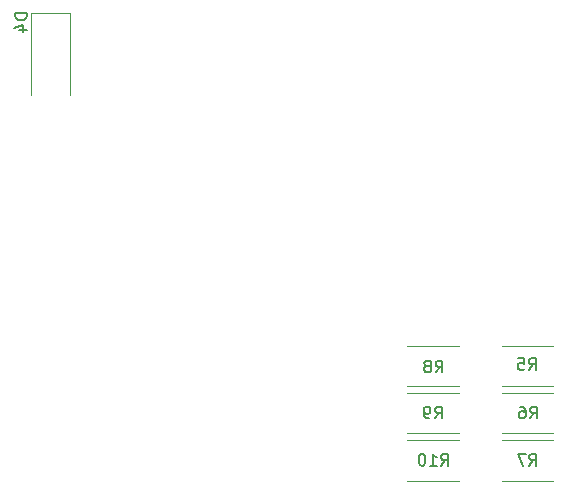
<source format=gbr>
%TF.GenerationSoftware,KiCad,Pcbnew,7.0.9*%
%TF.CreationDate,2024-06-22T09:01:39+05:30*%
%TF.ProjectId,BMS_LV_ADDON,424d535f-4c56-45f4-9144-444f4e2e6b69,rev?*%
%TF.SameCoordinates,Original*%
%TF.FileFunction,Legend,Bot*%
%TF.FilePolarity,Positive*%
%FSLAX46Y46*%
G04 Gerber Fmt 4.6, Leading zero omitted, Abs format (unit mm)*
G04 Created by KiCad (PCBNEW 7.0.9) date 2024-06-22 09:01:39*
%MOMM*%
%LPD*%
G01*
G04 APERTURE LIST*
%ADD10C,0.150000*%
%ADD11C,0.120000*%
G04 APERTURE END LIST*
D10*
X24554819Y-43161905D02*
X23554819Y-43161905D01*
X23554819Y-43161905D02*
X23554819Y-43400000D01*
X23554819Y-43400000D02*
X23602438Y-43542857D01*
X23602438Y-43542857D02*
X23697676Y-43638095D01*
X23697676Y-43638095D02*
X23792914Y-43685714D01*
X23792914Y-43685714D02*
X23983390Y-43733333D01*
X23983390Y-43733333D02*
X24126247Y-43733333D01*
X24126247Y-43733333D02*
X24316723Y-43685714D01*
X24316723Y-43685714D02*
X24411961Y-43638095D01*
X24411961Y-43638095D02*
X24507200Y-43542857D01*
X24507200Y-43542857D02*
X24554819Y-43400000D01*
X24554819Y-43400000D02*
X24554819Y-43161905D01*
X23888152Y-44590476D02*
X24554819Y-44590476D01*
X23507200Y-44352381D02*
X24221485Y-44114286D01*
X24221485Y-44114286D02*
X24221485Y-44733333D01*
X67166666Y-77454819D02*
X67499999Y-76978628D01*
X67738094Y-77454819D02*
X67738094Y-76454819D01*
X67738094Y-76454819D02*
X67357142Y-76454819D01*
X67357142Y-76454819D02*
X67261904Y-76502438D01*
X67261904Y-76502438D02*
X67214285Y-76550057D01*
X67214285Y-76550057D02*
X67166666Y-76645295D01*
X67166666Y-76645295D02*
X67166666Y-76788152D01*
X67166666Y-76788152D02*
X67214285Y-76883390D01*
X67214285Y-76883390D02*
X67261904Y-76931009D01*
X67261904Y-76931009D02*
X67357142Y-76978628D01*
X67357142Y-76978628D02*
X67738094Y-76978628D01*
X66309523Y-76454819D02*
X66499999Y-76454819D01*
X66499999Y-76454819D02*
X66595237Y-76502438D01*
X66595237Y-76502438D02*
X66642856Y-76550057D01*
X66642856Y-76550057D02*
X66738094Y-76692914D01*
X66738094Y-76692914D02*
X66785713Y-76883390D01*
X66785713Y-76883390D02*
X66785713Y-77264342D01*
X66785713Y-77264342D02*
X66738094Y-77359580D01*
X66738094Y-77359580D02*
X66690475Y-77407200D01*
X66690475Y-77407200D02*
X66595237Y-77454819D01*
X66595237Y-77454819D02*
X66404761Y-77454819D01*
X66404761Y-77454819D02*
X66309523Y-77407200D01*
X66309523Y-77407200D02*
X66261904Y-77359580D01*
X66261904Y-77359580D02*
X66214285Y-77264342D01*
X66214285Y-77264342D02*
X66214285Y-77026247D01*
X66214285Y-77026247D02*
X66261904Y-76931009D01*
X66261904Y-76931009D02*
X66309523Y-76883390D01*
X66309523Y-76883390D02*
X66404761Y-76835771D01*
X66404761Y-76835771D02*
X66595237Y-76835771D01*
X66595237Y-76835771D02*
X66690475Y-76883390D01*
X66690475Y-76883390D02*
X66738094Y-76931009D01*
X66738094Y-76931009D02*
X66785713Y-77026247D01*
X67066666Y-73354819D02*
X67399999Y-72878628D01*
X67638094Y-73354819D02*
X67638094Y-72354819D01*
X67638094Y-72354819D02*
X67257142Y-72354819D01*
X67257142Y-72354819D02*
X67161904Y-72402438D01*
X67161904Y-72402438D02*
X67114285Y-72450057D01*
X67114285Y-72450057D02*
X67066666Y-72545295D01*
X67066666Y-72545295D02*
X67066666Y-72688152D01*
X67066666Y-72688152D02*
X67114285Y-72783390D01*
X67114285Y-72783390D02*
X67161904Y-72831009D01*
X67161904Y-72831009D02*
X67257142Y-72878628D01*
X67257142Y-72878628D02*
X67638094Y-72878628D01*
X66161904Y-72354819D02*
X66638094Y-72354819D01*
X66638094Y-72354819D02*
X66685713Y-72831009D01*
X66685713Y-72831009D02*
X66638094Y-72783390D01*
X66638094Y-72783390D02*
X66542856Y-72735771D01*
X66542856Y-72735771D02*
X66304761Y-72735771D01*
X66304761Y-72735771D02*
X66209523Y-72783390D01*
X66209523Y-72783390D02*
X66161904Y-72831009D01*
X66161904Y-72831009D02*
X66114285Y-72926247D01*
X66114285Y-72926247D02*
X66114285Y-73164342D01*
X66114285Y-73164342D02*
X66161904Y-73259580D01*
X66161904Y-73259580D02*
X66209523Y-73307200D01*
X66209523Y-73307200D02*
X66304761Y-73354819D01*
X66304761Y-73354819D02*
X66542856Y-73354819D01*
X66542856Y-73354819D02*
X66638094Y-73307200D01*
X66638094Y-73307200D02*
X66685713Y-73259580D01*
X59642857Y-81454819D02*
X59976190Y-80978628D01*
X60214285Y-81454819D02*
X60214285Y-80454819D01*
X60214285Y-80454819D02*
X59833333Y-80454819D01*
X59833333Y-80454819D02*
X59738095Y-80502438D01*
X59738095Y-80502438D02*
X59690476Y-80550057D01*
X59690476Y-80550057D02*
X59642857Y-80645295D01*
X59642857Y-80645295D02*
X59642857Y-80788152D01*
X59642857Y-80788152D02*
X59690476Y-80883390D01*
X59690476Y-80883390D02*
X59738095Y-80931009D01*
X59738095Y-80931009D02*
X59833333Y-80978628D01*
X59833333Y-80978628D02*
X60214285Y-80978628D01*
X58690476Y-81454819D02*
X59261904Y-81454819D01*
X58976190Y-81454819D02*
X58976190Y-80454819D01*
X58976190Y-80454819D02*
X59071428Y-80597676D01*
X59071428Y-80597676D02*
X59166666Y-80692914D01*
X59166666Y-80692914D02*
X59261904Y-80740533D01*
X58071428Y-80454819D02*
X57976190Y-80454819D01*
X57976190Y-80454819D02*
X57880952Y-80502438D01*
X57880952Y-80502438D02*
X57833333Y-80550057D01*
X57833333Y-80550057D02*
X57785714Y-80645295D01*
X57785714Y-80645295D02*
X57738095Y-80835771D01*
X57738095Y-80835771D02*
X57738095Y-81073866D01*
X57738095Y-81073866D02*
X57785714Y-81264342D01*
X57785714Y-81264342D02*
X57833333Y-81359580D01*
X57833333Y-81359580D02*
X57880952Y-81407200D01*
X57880952Y-81407200D02*
X57976190Y-81454819D01*
X57976190Y-81454819D02*
X58071428Y-81454819D01*
X58071428Y-81454819D02*
X58166666Y-81407200D01*
X58166666Y-81407200D02*
X58214285Y-81359580D01*
X58214285Y-81359580D02*
X58261904Y-81264342D01*
X58261904Y-81264342D02*
X58309523Y-81073866D01*
X58309523Y-81073866D02*
X58309523Y-80835771D01*
X58309523Y-80835771D02*
X58261904Y-80645295D01*
X58261904Y-80645295D02*
X58214285Y-80550057D01*
X58214285Y-80550057D02*
X58166666Y-80502438D01*
X58166666Y-80502438D02*
X58071428Y-80454819D01*
X59116666Y-77454819D02*
X59449999Y-76978628D01*
X59688094Y-77454819D02*
X59688094Y-76454819D01*
X59688094Y-76454819D02*
X59307142Y-76454819D01*
X59307142Y-76454819D02*
X59211904Y-76502438D01*
X59211904Y-76502438D02*
X59164285Y-76550057D01*
X59164285Y-76550057D02*
X59116666Y-76645295D01*
X59116666Y-76645295D02*
X59116666Y-76788152D01*
X59116666Y-76788152D02*
X59164285Y-76883390D01*
X59164285Y-76883390D02*
X59211904Y-76931009D01*
X59211904Y-76931009D02*
X59307142Y-76978628D01*
X59307142Y-76978628D02*
X59688094Y-76978628D01*
X58640475Y-77454819D02*
X58449999Y-77454819D01*
X58449999Y-77454819D02*
X58354761Y-77407200D01*
X58354761Y-77407200D02*
X58307142Y-77359580D01*
X58307142Y-77359580D02*
X58211904Y-77216723D01*
X58211904Y-77216723D02*
X58164285Y-77026247D01*
X58164285Y-77026247D02*
X58164285Y-76645295D01*
X58164285Y-76645295D02*
X58211904Y-76550057D01*
X58211904Y-76550057D02*
X58259523Y-76502438D01*
X58259523Y-76502438D02*
X58354761Y-76454819D01*
X58354761Y-76454819D02*
X58545237Y-76454819D01*
X58545237Y-76454819D02*
X58640475Y-76502438D01*
X58640475Y-76502438D02*
X58688094Y-76550057D01*
X58688094Y-76550057D02*
X58735713Y-76645295D01*
X58735713Y-76645295D02*
X58735713Y-76883390D01*
X58735713Y-76883390D02*
X58688094Y-76978628D01*
X58688094Y-76978628D02*
X58640475Y-77026247D01*
X58640475Y-77026247D02*
X58545237Y-77073866D01*
X58545237Y-77073866D02*
X58354761Y-77073866D01*
X58354761Y-77073866D02*
X58259523Y-77026247D01*
X58259523Y-77026247D02*
X58211904Y-76978628D01*
X58211904Y-76978628D02*
X58164285Y-76883390D01*
X59166666Y-73554819D02*
X59499999Y-73078628D01*
X59738094Y-73554819D02*
X59738094Y-72554819D01*
X59738094Y-72554819D02*
X59357142Y-72554819D01*
X59357142Y-72554819D02*
X59261904Y-72602438D01*
X59261904Y-72602438D02*
X59214285Y-72650057D01*
X59214285Y-72650057D02*
X59166666Y-72745295D01*
X59166666Y-72745295D02*
X59166666Y-72888152D01*
X59166666Y-72888152D02*
X59214285Y-72983390D01*
X59214285Y-72983390D02*
X59261904Y-73031009D01*
X59261904Y-73031009D02*
X59357142Y-73078628D01*
X59357142Y-73078628D02*
X59738094Y-73078628D01*
X58595237Y-72983390D02*
X58690475Y-72935771D01*
X58690475Y-72935771D02*
X58738094Y-72888152D01*
X58738094Y-72888152D02*
X58785713Y-72792914D01*
X58785713Y-72792914D02*
X58785713Y-72745295D01*
X58785713Y-72745295D02*
X58738094Y-72650057D01*
X58738094Y-72650057D02*
X58690475Y-72602438D01*
X58690475Y-72602438D02*
X58595237Y-72554819D01*
X58595237Y-72554819D02*
X58404761Y-72554819D01*
X58404761Y-72554819D02*
X58309523Y-72602438D01*
X58309523Y-72602438D02*
X58261904Y-72650057D01*
X58261904Y-72650057D02*
X58214285Y-72745295D01*
X58214285Y-72745295D02*
X58214285Y-72792914D01*
X58214285Y-72792914D02*
X58261904Y-72888152D01*
X58261904Y-72888152D02*
X58309523Y-72935771D01*
X58309523Y-72935771D02*
X58404761Y-72983390D01*
X58404761Y-72983390D02*
X58595237Y-72983390D01*
X58595237Y-72983390D02*
X58690475Y-73031009D01*
X58690475Y-73031009D02*
X58738094Y-73078628D01*
X58738094Y-73078628D02*
X58785713Y-73173866D01*
X58785713Y-73173866D02*
X58785713Y-73364342D01*
X58785713Y-73364342D02*
X58738094Y-73459580D01*
X58738094Y-73459580D02*
X58690475Y-73507200D01*
X58690475Y-73507200D02*
X58595237Y-73554819D01*
X58595237Y-73554819D02*
X58404761Y-73554819D01*
X58404761Y-73554819D02*
X58309523Y-73507200D01*
X58309523Y-73507200D02*
X58261904Y-73459580D01*
X58261904Y-73459580D02*
X58214285Y-73364342D01*
X58214285Y-73364342D02*
X58214285Y-73173866D01*
X58214285Y-73173866D02*
X58261904Y-73078628D01*
X58261904Y-73078628D02*
X58309523Y-73031009D01*
X58309523Y-73031009D02*
X58404761Y-72983390D01*
X67116666Y-81454819D02*
X67449999Y-80978628D01*
X67688094Y-81454819D02*
X67688094Y-80454819D01*
X67688094Y-80454819D02*
X67307142Y-80454819D01*
X67307142Y-80454819D02*
X67211904Y-80502438D01*
X67211904Y-80502438D02*
X67164285Y-80550057D01*
X67164285Y-80550057D02*
X67116666Y-80645295D01*
X67116666Y-80645295D02*
X67116666Y-80788152D01*
X67116666Y-80788152D02*
X67164285Y-80883390D01*
X67164285Y-80883390D02*
X67211904Y-80931009D01*
X67211904Y-80931009D02*
X67307142Y-80978628D01*
X67307142Y-80978628D02*
X67688094Y-80978628D01*
X66783332Y-80454819D02*
X66116666Y-80454819D01*
X66116666Y-80454819D02*
X66545237Y-81454819D01*
D11*
%TO.C,D4*%
X24950000Y-43090000D02*
X24950000Y-50100000D01*
X24950000Y-43090000D02*
X28250000Y-43090000D01*
X28250000Y-43090000D02*
X28250000Y-50100000D01*
%TO.C,R6*%
X69127064Y-75290000D02*
X64772936Y-75290000D01*
X69127064Y-78710000D02*
X64772936Y-78710000D01*
%TO.C,R5*%
X69127064Y-71290000D02*
X64772936Y-71290000D01*
X69127064Y-74710000D02*
X64772936Y-74710000D01*
%TO.C,R10*%
X61127064Y-79290000D02*
X56772936Y-79290000D01*
X61127064Y-82710000D02*
X56772936Y-82710000D01*
%TO.C,R9*%
X61127064Y-75290000D02*
X56772936Y-75290000D01*
X61127064Y-78710000D02*
X56772936Y-78710000D01*
%TO.C,R8*%
X61127064Y-71290000D02*
X56772936Y-71290000D01*
X61127064Y-74710000D02*
X56772936Y-74710000D01*
%TO.C,R7*%
X69127064Y-79290000D02*
X64772936Y-79290000D01*
X69127064Y-82710000D02*
X64772936Y-82710000D01*
%TD*%
M02*

</source>
